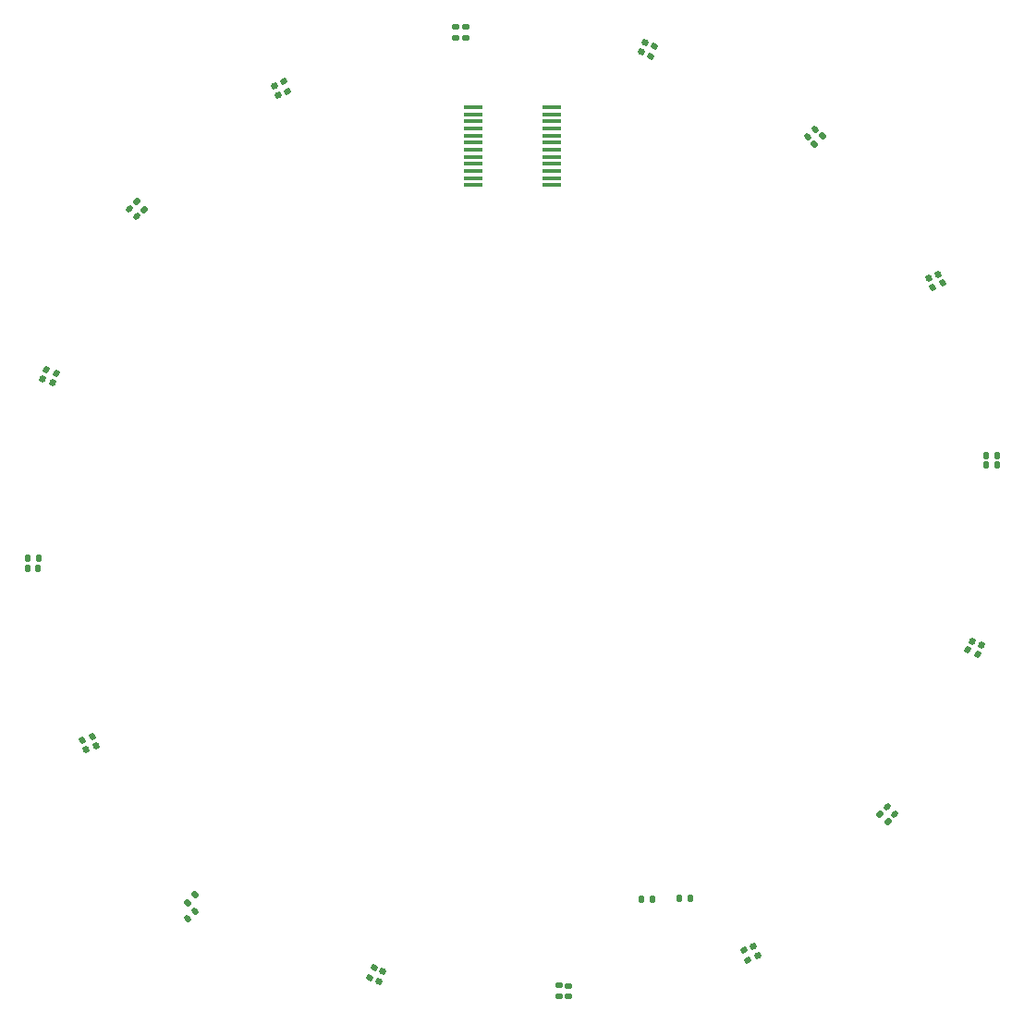
<source format=gbr>
%TF.GenerationSoftware,KiCad,Pcbnew,7.0.9*%
%TF.CreationDate,2024-06-22T15:13:24+09:00*%
%TF.ProjectId,Sensor,53656e73-6f72-42e6-9b69-6361645f7063,rev?*%
%TF.SameCoordinates,Original*%
%TF.FileFunction,Paste,Top*%
%TF.FilePolarity,Positive*%
%FSLAX46Y46*%
G04 Gerber Fmt 4.6, Leading zero omitted, Abs format (unit mm)*
G04 Created by KiCad (PCBNEW 7.0.9) date 2024-06-22 15:13:25*
%MOMM*%
%LPD*%
G01*
G04 APERTURE LIST*
G04 Aperture macros list*
%AMRoundRect*
0 Rectangle with rounded corners*
0 $1 Rounding radius*
0 $2 $3 $4 $5 $6 $7 $8 $9 X,Y pos of 4 corners*
0 Add a 4 corners polygon primitive as box body*
4,1,4,$2,$3,$4,$5,$6,$7,$8,$9,$2,$3,0*
0 Add four circle primitives for the rounded corners*
1,1,$1+$1,$2,$3*
1,1,$1+$1,$4,$5*
1,1,$1+$1,$6,$7*
1,1,$1+$1,$8,$9*
0 Add four rect primitives between the rounded corners*
20,1,$1+$1,$2,$3,$4,$5,0*
20,1,$1+$1,$4,$5,$6,$7,0*
20,1,$1+$1,$6,$7,$8,$9,0*
20,1,$1+$1,$8,$9,$2,$3,0*%
G04 Aperture macros list end*
%ADD10RoundRect,0.135000X0.135000X0.185000X-0.135000X0.185000X-0.135000X-0.185000X0.135000X-0.185000X0*%
%ADD11RoundRect,0.135000X-0.053927X-0.222580X0.195520X-0.119255X0.053927X0.222580X-0.195520X0.119255X0*%
%ADD12RoundRect,0.140000X0.021213X-0.219203X0.219203X-0.021213X-0.021213X0.219203X-0.219203X0.021213X0*%
%ADD13RoundRect,0.135000X-0.195520X-0.119255X0.053927X-0.222580X0.195520X0.119255X-0.053927X0.222580X0*%
%ADD14RoundRect,0.140000X0.140000X0.170000X-0.140000X0.170000X-0.140000X-0.170000X0.140000X-0.170000X0*%
%ADD15RoundRect,0.135000X-0.222580X0.053927X-0.119255X-0.195520X0.222580X-0.053927X0.119255X0.195520X0*%
%ADD16RoundRect,0.140000X-0.194399X-0.103484X0.064287X-0.210635X0.194399X0.103484X-0.064287X0.210635X0*%
%ADD17RoundRect,0.135000X-0.135000X-0.185000X0.135000X-0.185000X0.135000X0.185000X-0.135000X0.185000X0*%
%ADD18R,1.750000X0.450000*%
%ADD19RoundRect,0.135000X-0.119255X0.195520X-0.222580X-0.053927X0.119255X-0.195520X0.222580X0.053927X0*%
%ADD20RoundRect,0.135000X-0.226274X-0.035355X-0.035355X-0.226274X0.226274X0.035355X0.035355X0.226274X0*%
%ADD21RoundRect,0.140000X-0.064287X-0.210635X0.194399X-0.103484X0.064287X0.210635X-0.194399X0.103484X0*%
%ADD22RoundRect,0.140000X0.170000X-0.140000X0.170000X0.140000X-0.170000X0.140000X-0.170000X-0.140000X0*%
%ADD23RoundRect,0.140000X0.210635X-0.064287X0.103484X0.194399X-0.210635X0.064287X-0.103484X-0.194399X0*%
%ADD24RoundRect,0.140000X0.064287X0.210635X-0.194399X0.103484X-0.064287X-0.210635X0.194399X-0.103484X0*%
%ADD25RoundRect,0.135000X0.119255X-0.195520X0.222580X0.053927X-0.119255X0.195520X-0.222580X-0.053927X0*%
%ADD26RoundRect,0.135000X0.195520X0.119255X-0.053927X0.222580X-0.195520X-0.119255X0.053927X-0.222580X0*%
%ADD27RoundRect,0.140000X0.219203X0.021213X0.021213X0.219203X-0.219203X-0.021213X-0.021213X-0.219203X0*%
%ADD28RoundRect,0.135000X0.226274X0.035355X0.035355X0.226274X-0.226274X-0.035355X-0.035355X-0.226274X0*%
%ADD29RoundRect,0.140000X0.194399X0.103484X-0.064287X0.210635X-0.194399X-0.103484X0.064287X-0.210635X0*%
%ADD30RoundRect,0.135000X-0.035355X0.226274X-0.226274X0.035355X0.035355X-0.226274X0.226274X-0.035355X0*%
%ADD31RoundRect,0.140000X-0.170000X0.140000X-0.170000X-0.140000X0.170000X-0.140000X0.170000X0.140000X0*%
%ADD32RoundRect,0.140000X0.103484X-0.194399X0.210635X0.064287X-0.103484X0.194399X-0.210635X-0.064287X0*%
%ADD33RoundRect,0.140000X-0.103484X0.194399X-0.210635X-0.064287X0.103484X-0.194399X0.210635X0.064287X0*%
%ADD34RoundRect,0.140000X-0.219203X-0.021213X-0.021213X-0.219203X0.219203X0.021213X0.021213X0.219203X0*%
%ADD35RoundRect,0.135000X-0.185000X0.135000X-0.185000X-0.135000X0.185000X-0.135000X0.185000X0.135000X0*%
%ADD36RoundRect,0.135000X0.185000X-0.135000X0.185000X0.135000X-0.185000X0.135000X-0.185000X-0.135000X0*%
%ADD37RoundRect,0.140000X-0.140000X-0.170000X0.140000X-0.170000X0.140000X0.170000X-0.140000X0.170000X0*%
%ADD38RoundRect,0.135000X0.053927X0.222580X-0.195520X0.119255X-0.053927X-0.222580X0.195520X-0.119255X0*%
G04 APERTURE END LIST*
D10*
%TO.C,R5*%
X196819000Y-84599799D03*
X195799000Y-84599799D03*
%TD*%
D11*
%TO.C,R13*%
X112995180Y-109807796D03*
X113937538Y-109417458D03*
%TD*%
D12*
%TO.C,C14*%
X122647389Y-126120211D03*
X123326211Y-125441389D03*
%TD*%
D13*
%TO.C,R11*%
X109729206Y-75810963D03*
X110671564Y-76201301D03*
%TD*%
D14*
%TO.C,C12*%
X108970999Y-94048600D03*
X108010999Y-94048600D03*
%TD*%
D15*
%TO.C,R8*%
X173591631Y-129018021D03*
X173981969Y-129960379D03*
%TD*%
D16*
%TO.C,C6*%
X194506078Y-100699385D03*
X195393002Y-101066761D03*
%TD*%
D17*
%TO.C,R17*%
X164234400Y-124358400D03*
X165254400Y-124358400D03*
%TD*%
D18*
%TO.C,U17*%
X156000000Y-58947000D03*
X156000000Y-58297000D03*
X156000000Y-57647000D03*
X156000000Y-56997000D03*
X156000000Y-56347000D03*
X156000000Y-55697000D03*
X156000000Y-55047000D03*
X156000000Y-54397000D03*
X156000000Y-53747000D03*
X156000000Y-53097000D03*
X156000000Y-52447000D03*
X156000000Y-51797000D03*
X148800000Y-51797000D03*
X148800000Y-52447000D03*
X148800000Y-53097000D03*
X148800000Y-53747000D03*
X148800000Y-54397000D03*
X148800000Y-55047000D03*
X148800000Y-55697000D03*
X148800000Y-56347000D03*
X148800000Y-56997000D03*
X148800000Y-57647000D03*
X148800000Y-58297000D03*
X148800000Y-58947000D03*
%TD*%
D19*
%TO.C,R2*%
X165456037Y-46196208D03*
X165065699Y-47138566D03*
%TD*%
D20*
%TO.C,R10*%
X117973657Y-60475390D03*
X118694905Y-61196638D03*
%TD*%
D15*
%TO.C,R9*%
X131459204Y-49462180D03*
X131849542Y-50404538D03*
%TD*%
D21*
%TO.C,C4*%
X190540253Y-67460267D03*
X191427177Y-67092891D03*
%TD*%
D22*
%TO.C,C1*%
X147218400Y-45438000D03*
X147218400Y-44478000D03*
%TD*%
D23*
%TO.C,C9*%
X130993267Y-50726747D03*
X130625891Y-49839823D03*
%TD*%
D24*
%TO.C,C13*%
X114259747Y-110273733D03*
X113372823Y-110641109D03*
%TD*%
D25*
%TO.C,R15*%
X139343962Y-131537794D03*
X139734300Y-130595436D03*
%TD*%
D12*
%TO.C,C3*%
X179444997Y-54494115D03*
X180123819Y-53815293D03*
%TD*%
D26*
%TO.C,R6*%
X195070793Y-101923036D03*
X194128435Y-101532698D03*
%TD*%
D27*
%TO.C,C10*%
X118027114Y-61822003D03*
X117348292Y-61143181D03*
%TD*%
D28*
%TO.C,R7*%
X186826343Y-117258609D03*
X186105095Y-116537361D03*
%TD*%
D29*
%TO.C,C11*%
X110293922Y-77034615D03*
X109406998Y-76667239D03*
%TD*%
D30*
%TO.C,R14*%
X123347424Y-123946976D03*
X122626176Y-124668224D03*
%TD*%
D31*
%TO.C,C16*%
X157581600Y-132296001D03*
X157581600Y-133256001D03*
%TD*%
D32*
%TO.C,C2*%
X164232385Y-46760923D03*
X164599761Y-45873999D03*
%TD*%
D33*
%TO.C,C15*%
X140567615Y-130973078D03*
X140200239Y-131860002D03*
%TD*%
D34*
%TO.C,C7*%
X186772886Y-115911997D03*
X187451708Y-116590819D03*
%TD*%
D35*
%TO.C,R1*%
X148132800Y-44448000D03*
X148132800Y-45468000D03*
%TD*%
D23*
%TO.C,C8*%
X174884888Y-129526262D03*
X174517512Y-128639338D03*
%TD*%
D10*
%TO.C,R18*%
X168761600Y-124307600D03*
X167741600Y-124307600D03*
%TD*%
D36*
%TO.C,R16*%
X156667201Y-133286002D03*
X156667201Y-132266002D03*
%TD*%
D37*
%TO.C,C5*%
X195829001Y-83685400D03*
X196789001Y-83685400D03*
%TD*%
D17*
%TO.C,R12*%
X107980998Y-93134201D03*
X109000998Y-93134201D03*
%TD*%
D38*
%TO.C,R4*%
X191804818Y-67926205D03*
X190862460Y-68316543D03*
%TD*%
D30*
%TO.C,R3*%
X180791609Y-54440658D03*
X180070361Y-55161906D03*
%TD*%
M02*

</source>
